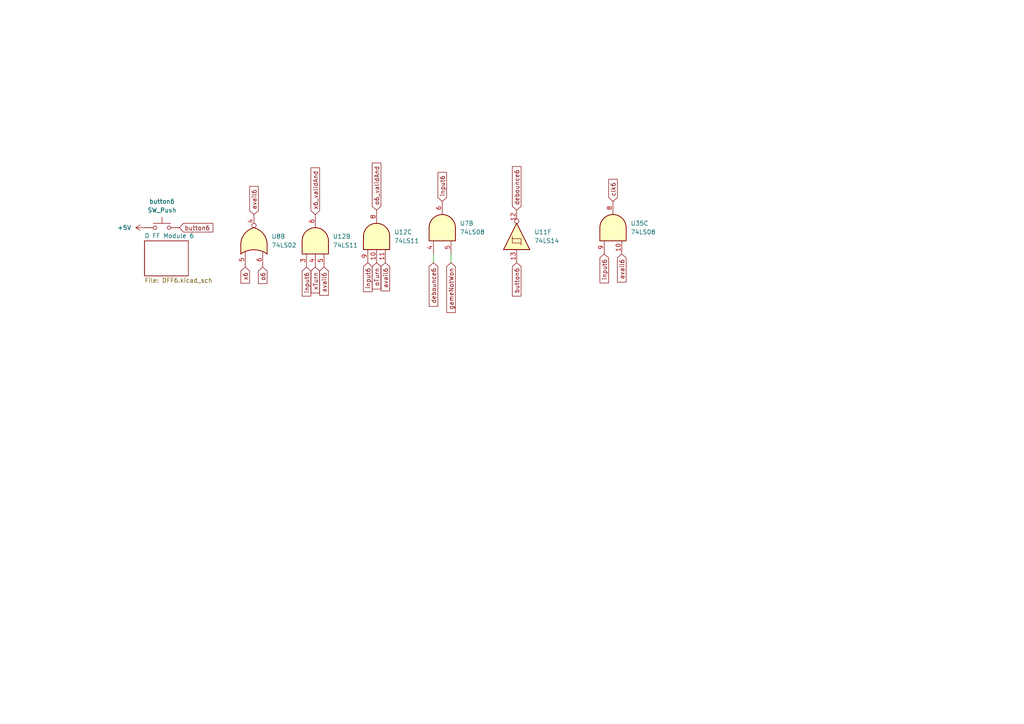
<source format=kicad_sch>
(kicad_sch
	(version 20250114)
	(generator "eeschema")
	(generator_version "9.0")
	(uuid "ecc926be-ca33-4adb-bca6-9f5bee590cbc")
	(paper "A4")
	(lib_symbols
		(symbol "74xx:74LS02"
			(pin_names
				(offset 1.016)
			)
			(exclude_from_sim no)
			(in_bom yes)
			(on_board yes)
			(property "Reference" "U"
				(at 0 1.27 0)
				(effects
					(font
						(size 1.27 1.27)
					)
				)
			)
			(property "Value" "74LS02"
				(at 0 -1.27 0)
				(effects
					(font
						(size 1.27 1.27)
					)
				)
			)
			(property "Footprint" ""
				(at 0 0 0)
				(effects
					(font
						(size 1.27 1.27)
					)
					(hide yes)
				)
			)
			(property "Datasheet" "http://www.ti.com/lit/gpn/sn74ls02"
				(at 0 0 0)
				(effects
					(font
						(size 1.27 1.27)
					)
					(hide yes)
				)
			)
			(property "Description" "quad 2-input NOR gate"
				(at 0 0 0)
				(effects
					(font
						(size 1.27 1.27)
					)
					(hide yes)
				)
			)
			(property "ki_locked" ""
				(at 0 0 0)
				(effects
					(font
						(size 1.27 1.27)
					)
				)
			)
			(property "ki_keywords" "TTL Nor2"
				(at 0 0 0)
				(effects
					(font
						(size 1.27 1.27)
					)
					(hide yes)
				)
			)
			(property "ki_fp_filters" "SO14* DIP*W7.62mm*"
				(at 0 0 0)
				(effects
					(font
						(size 1.27 1.27)
					)
					(hide yes)
				)
			)
			(symbol "74LS02_1_1"
				(arc
					(start -3.81 3.81)
					(mid -2.589 0)
					(end -3.81 -3.81)
					(stroke
						(width 0.254)
						(type default)
					)
					(fill
						(type none)
					)
				)
				(polyline
					(pts
						(xy -3.81 3.81) (xy -0.635 3.81)
					)
					(stroke
						(width 0.254)
						(type default)
					)
					(fill
						(type background)
					)
				)
				(polyline
					(pts
						(xy -3.81 -3.81) (xy -0.635 -3.81)
					)
					(stroke
						(width 0.254)
						(type default)
					)
					(fill
						(type background)
					)
				)
				(arc
					(start 3.81 0)
					(mid 2.1855 -2.584)
					(end -0.6096 -3.81)
					(stroke
						(width 0.254)
						(type default)
					)
					(fill
						(type background)
					)
				)
				(arc
					(start -0.6096 3.81)
					(mid 2.1928 2.5924)
					(end 3.81 0)
					(stroke
						(width 0.254)
						(type default)
					)
					(fill
						(type background)
					)
				)
				(polyline
					(pts
						(xy -0.635 3.81) (xy -3.81 3.81) (xy -3.81 3.81) (xy -3.556 3.4036) (xy -3.0226 2.2606) (xy -2.6924 1.0414)
						(xy -2.6162 -0.254) (xy -2.7686 -1.4986) (xy -3.175 -2.7178) (xy -3.81 -3.81) (xy -3.81 -3.81)
						(xy -0.635 -3.81)
					)
					(stroke
						(width -25.4)
						(type default)
					)
					(fill
						(type background)
					)
				)
				(pin input line
					(at -7.62 2.54 0)
					(length 4.318)
					(name "~"
						(effects
							(font
								(size 1.27 1.27)
							)
						)
					)
					(number "2"
						(effects
							(font
								(size 1.27 1.27)
							)
						)
					)
				)
				(pin input line
					(at -7.62 -2.54 0)
					(length 4.318)
					(name "~"
						(effects
							(font
								(size 1.27 1.27)
							)
						)
					)
					(number "3"
						(effects
							(font
								(size 1.27 1.27)
							)
						)
					)
				)
				(pin output inverted
					(at 7.62 0 180)
					(length 3.81)
					(name "~"
						(effects
							(font
								(size 1.27 1.27)
							)
						)
					)
					(number "1"
						(effects
							(font
								(size 1.27 1.27)
							)
						)
					)
				)
			)
			(symbol "74LS02_1_2"
				(arc
					(start 0 3.81)
					(mid 3.7934 0)
					(end 0 -3.81)
					(stroke
						(width 0.254)
						(type default)
					)
					(fill
						(type background)
					)
				)
				(polyline
					(pts
						(xy 0 3.81) (xy -3.81 3.81) (xy -3.81 -3.81) (xy 0 -3.81)
					)
					(stroke
						(width 0.254)
						(type default)
					)
					(fill
						(type background)
					)
				)
				(pin input inverted
					(at -7.62 2.54 0)
					(length 3.81)
					(name "~"
						(effects
							(font
								(size 1.27 1.27)
							)
						)
					)
					(number "2"
						(effects
							(font
								(size 1.27 1.27)
							)
						)
					)
				)
				(pin input inverted
					(at -7.62 -2.54 0)
					(length 3.81)
					(name "~"
						(effects
							(font
								(size 1.27 1.27)
							)
						)
					)
					(number "3"
						(effects
							(font
								(size 1.27 1.27)
							)
						)
					)
				)
				(pin output line
					(at 7.62 0 180)
					(length 3.81)
					(name "~"
						(effects
							(font
								(size 1.27 1.27)
							)
						)
					)
					(number "1"
						(effects
							(font
								(size 1.27 1.27)
							)
						)
					)
				)
			)
			(symbol "74LS02_2_1"
				(arc
					(start -3.81 3.81)
					(mid -2.589 0)
					(end -3.81 -3.81)
					(stroke
						(width 0.254)
						(type default)
					)
					(fill
						(type none)
					)
				)
				(polyline
					(pts
						(xy -3.81 3.81) (xy -0.635 3.81)
					)
					(stroke
						(width 0.254)
						(type default)
					)
					(fill
						(type background)
					)
				)
				(polyline
					(pts
						(xy -3.81 -3.81) (xy -0.635 -3.81)
					)
					(stroke
						(width 0.254)
						(type default)
					)
					(fill
						(type background)
					)
				)
				(arc
					(start 3.81 0)
					(mid 2.1855 -2.584)
					(end -0.6096 -3.81)
					(stroke
						(width 0.254)
						(type default)
					)
					(fill
						(type background)
					)
				)
				(arc
					(start -0.6096 3.81)
					(mid 2.1928 2.5924)
					(end 3.81 0)
					(stroke
						(width 0.254)
						(type default)
					)
					(fill
						(type background)
					)
				)
				(polyline
					(pts
						(xy -0.635 3.81) (xy -3.81 3.81) (xy -3.81 3.81) (xy -3.556 3.4036) (xy -3.0226 2.2606) (xy -2.6924 1.0414)
						(xy -2.6162 -0.254) (xy -2.7686 -1.4986) (xy -3.175 -2.7178) (xy -3.81 -3.81) (xy -3.81 -3.81)
						(xy -0.635 -3.81)
					)
					(stroke
						(width -25.4)
						(type default)
					)
					(fill
						(type background)
					)
				)
				(pin input line
					(at -7.62 2.54 0)
					(length 4.318)
					(name "~"
						(effects
							(font
								(size 1.27 1.27)
							)
						)
					)
					(number "5"
						(effects
							(font
								(size 1.27 1.27)
							)
						)
					)
				)
				(pin input line
					(at -7.62 -2.54 0)
					(length 4.318)
					(name "~"
						(effects
							(font
								(size 1.27 1.27)
							)
						)
					)
					(number "6"
						(effects
							(font
								(size 1.27 1.27)
							)
						)
					)
				)
				(pin output inverted
					(at 7.62 0 180)
					(length 3.81)
					(name "~"
						(effects
							(font
								(size 1.27 1.27)
							)
						)
					)
					(number "4"
						(effects
							(font
								(size 1.27 1.27)
							)
						)
					)
				)
			)
			(symbol "74LS02_2_2"
				(arc
					(start 0 3.81)
					(mid 3.7934 0)
					(end 0 -3.81)
					(stroke
						(width 0.254)
						(type default)
					)
					(fill
						(type background)
					)
				)
				(polyline
					(pts
						(xy 0 3.81) (xy -3.81 3.81) (xy -3.81 -3.81) (xy 0 -3.81)
					)
					(stroke
						(width 0.254)
						(type default)
					)
					(fill
						(type background)
					)
				)
				(pin input inverted
					(at -7.62 2.54 0)
					(length 3.81)
					(name "~"
						(effects
							(font
								(size 1.27 1.27)
							)
						)
					)
					(number "5"
						(effects
							(font
								(size 1.27 1.27)
							)
						)
					)
				)
				(pin input inverted
					(at -7.62 -2.54 0)
					(length 3.81)
					(name "~"
						(effects
							(font
								(size 1.27 1.27)
							)
						)
					)
					(number "6"
						(effects
							(font
								(size 1.27 1.27)
							)
						)
					)
				)
				(pin output line
					(at 7.62 0 180)
					(length 3.81)
					(name "~"
						(effects
							(font
								(size 1.27 1.27)
							)
						)
					)
					(number "4"
						(effects
							(font
								(size 1.27 1.27)
							)
						)
					)
				)
			)
			(symbol "74LS02_3_1"
				(arc
					(start -3.81 3.81)
					(mid -2.589 0)
					(end -3.81 -3.81)
					(stroke
						(width 0.254)
						(type default)
					)
					(fill
						(type none)
					)
				)
				(polyline
					(pts
						(xy -3.81 3.81) (xy -0.635 3.81)
					)
					(stroke
						(width 0.254)
						(type default)
					)
					(fill
						(type background)
					)
				)
				(polyline
					(pts
						(xy -3.81 -3.81) (xy -0.635 -3.81)
					)
					(stroke
						(width 0.254)
						(type default)
					)
					(fill
						(type background)
					)
				)
				(arc
					(start 3.81 0)
					(mid 2.1855 -2.584)
					(end -0.6096 -3.81)
					(stroke
						(width 0.254)
						(type default)
					)
					(fill
						(type background)
					)
				)
				(arc
					(start -0.6096 3.81)
					(mid 2.1928 2.5924)
					(end 3.81 0)
					(stroke
						(width 0.254)
						(type default)
					)
					(fill
						(type background)
					)
				)
				(polyline
					(pts
						(xy -0.635 3.81) (xy -3.81 3.81) (xy -3.81 3.81) (xy -3.556 3.4036) (xy -3.0226 2.2606) (xy -2.6924 1.0414)
						(xy -2.6162 -0.254) (xy -2.7686 -1.4986) (xy -3.175 -2.7178) (xy -3.81 -3.81) (xy -3.81 -3.81)
						(xy -0.635 -3.81)
					)
					(stroke
						(width -25.4)
						(type default)
					)
					(fill
						(type background)
					)
				)
				(pin input line
					(at -7.62 2.54 0)
					(length 4.318)
					(name "~"
						(effects
							(font
								(size 1.27 1.27)
							)
						)
					)
					(number "8"
						(effects
							(font
								(size 1.27 1.27)
							)
						)
					)
				)
				(pin input line
					(at -7.62 -2.54 0)
					(length 4.318)
					(name "~"
						(effects
							(font
								(size 1.27 1.27)
							)
						)
					)
					(number "9"
						(effects
							(font
								(size 1.27 1.27)
							)
						)
					)
				)
				(pin output inverted
					(at 7.62 0 180)
					(length 3.81)
					(name "~"
						(effects
							(font
								(size 1.27 1.27)
							)
						)
					)
					(number "10"
						(effects
							(font
								(size 1.27 1.27)
							)
						)
					)
				)
			)
			(symbol "74LS02_3_2"
				(arc
					(start 0 3.81)
					(mid 3.7934 0)
					(end 0 -3.81)
					(stroke
						(width 0.254)
						(type default)
					)
					(fill
						(type background)
					)
				)
				(polyline
					(pts
						(xy 0 3.81) (xy -3.81 3.81) (xy -3.81 -3.81) (xy 0 -3.81)
					)
					(stroke
						(width 0.254)
						(type default)
					)
					(fill
						(type background)
					)
				)
				(pin input inverted
					(at -7.62 2.54 0)
					(length 3.81)
					(name "~"
						(effects
							(font
								(size 1.27 1.27)
							)
						)
					)
					(number "8"
						(effects
							(font
								(size 1.27 1.27)
							)
						)
					)
				)
				(pin input inverted
					(at -7.62 -2.54 0)
					(length 3.81)
					(name "~"
						(effects
							(font
								(size 1.27 1.27)
							)
						)
					)
					(number "9"
						(effects
							(font
								(size 1.27 1.27)
							)
						)
					)
				)
				(pin output line
					(at 7.62 0 180)
					(length 3.81)
					(name "~"
						(effects
							(font
								(size 1.27 1.27)
							)
						)
					)
					(number "10"
						(effects
							(font
								(size 1.27 1.27)
							)
						)
					)
				)
			)
			(symbol "74LS02_4_1"
				(arc
					(start -3.81 3.81)
					(mid -2.589 0)
					(end -3.81 -3.81)
					(stroke
						(width 0.254)
						(type default)
					)
					(fill
						(type none)
					)
				)
				(polyline
					(pts
						(xy -3.81 3.81) (xy -0.635 3.81)
					)
					(stroke
						(width 0.254)
						(type default)
					)
					(fill
						(type background)
					)
				)
				(polyline
					(pts
						(xy -3.81 -3.81) (xy -0.635 -3.81)
					)
					(stroke
						(width 0.254)
						(type default)
					)
					(fill
						(type background)
					)
				)
				(arc
					(start 3.81 0)
					(mid 2.1855 -2.584)
					(end -0.6096 -3.81)
					(stroke
						(width 0.254)
						(type default)
					)
					(fill
						(type background)
					)
				)
				(arc
					(start -0.6096 3.81)
					(mid 2.1928 2.5924)
					(end 3.81 0)
					(stroke
						(width 0.254)
						(type default)
					)
					(fill
						(type background)
					)
				)
				(polyline
					(pts
						(xy -0.635 3.81) (xy -3.81 3.81) (xy -3.81 3.81) (xy -3.556 3.4036) (xy -3.0226 2.2606) (xy -2.6924 1.0414)
						(xy -2.6162 -0.254) (xy -2.7686 -1.4986) (xy -3.175 -2.7178) (xy -3.81 -3.81) (xy -3.81 -3.81)
						(xy -0.635 -3.81)
					)
					(stroke
						(width -25.4)
						(type default)
					)
					(fill
						(type background)
					)
				)
				(pin input line
					(at -7.62 2.54 0)
					(length 4.318)
					(name "~"
						(effects
							(font
								(size 1.27 1.27)
							)
						)
					)
					(number "11"
						(effects
							(font
								(size 1.27 1.27)
							)
						)
					)
				)
				(pin input line
					(at -7.62 -2.54 0)
					(length 4.318)
					(name "~"
						(effects
							(font
								(size 1.27 1.27)
							)
						)
					)
					(number "12"
						(effects
							(font
								(size 1.27 1.27)
							)
						)
					)
				)
				(pin output inverted
					(at 7.62 0 180)
					(length 3.81)
					(name "~"
						(effects
							(font
								(size 1.27 1.27)
							)
						)
					)
					(number "13"
						(effects
							(font
								(size 1.27 1.27)
							)
						)
					)
				)
			)
			(symbol "74LS02_4_2"
				(arc
					(start 0 3.81)
					(mid 3.7934 0)
					(end 0 -3.81)
					(stroke
						(width 0.254)
						(type default)
					)
					(fill
						(type background)
					)
				)
				(polyline
					(pts
						(xy 0 3.81) (xy -3.81 3.81) (xy -3.81 -3.81) (xy 0 -3.81)
					)
					(stroke
						(width 0.254)
						(type default)
					)
					(fill
						(type background)
					)
				)
				(pin input inverted
					(at -7.62 2.54 0)
					(length 3.81)
					(name "~"
						(effects
							(font
								(size 1.27 1.27)
							)
						)
					)
					(number "11"
						(effects
							(font
								(size 1.27 1.27)
							)
						)
					)
				)
				(pin input inverted
					(at -7.62 -2.54 0)
					(length 3.81)
					(name "~"
						(effects
							(font
								(size 1.27 1.27)
							)
						)
					)
					(number "12"
						(effects
							(font
								(size 1.27 1.27)
							)
						)
					)
				)
				(pin output line
					(at 7.62 0 180)
					(length 3.81)
					(name "~"
						(effects
							(font
								(size 1.27 1.27)
							)
						)
					)
					(number "13"
						(effects
							(font
								(size 1.27 1.27)
							)
						)
					)
				)
			)
			(symbol "74LS02_5_0"
				(pin power_in line
					(at 0 12.7 270)
					(length 5.08)
					(name "VCC"
						(effects
							(font
								(size 1.27 1.27)
							)
						)
					)
					(number "14"
						(effects
							(font
								(size 1.27 1.27)
							)
						)
					)
				)
				(pin power_in line
					(at 0 -12.7 90)
					(length 5.08)
					(name "GND"
						(effects
							(font
								(size 1.27 1.27)
							)
						)
					)
					(number "7"
						(effects
							(font
								(size 1.27 1.27)
							)
						)
					)
				)
			)
			(symbol "74LS02_5_1"
				(rectangle
					(start -5.08 7.62)
					(end 5.08 -7.62)
					(stroke
						(width 0.254)
						(type default)
					)
					(fill
						(type background)
					)
				)
			)
			(embedded_fonts no)
		)
		(symbol "74xx:74LS08"
			(pin_names
				(offset 1.016)
			)
			(exclude_from_sim no)
			(in_bom yes)
			(on_board yes)
			(property "Reference" "U"
				(at 0 1.27 0)
				(effects
					(font
						(size 1.27 1.27)
					)
				)
			)
			(property "Value" "74LS08"
				(at 0 -1.27 0)
				(effects
					(font
						(size 1.27 1.27)
					)
				)
			)
			(property "Footprint" ""
				(at 0 0 0)
				(effects
					(font
						(size 1.27 1.27)
					)
					(hide yes)
				)
			)
			(property "Datasheet" "http://www.ti.com/lit/gpn/sn74LS08"
				(at 0 0 0)
				(effects
					(font
						(size 1.27 1.27)
					)
					(hide yes)
				)
			)
			(property "Description" "Quad And2"
				(at 0 0 0)
				(effects
					(font
						(size 1.27 1.27)
					)
					(hide yes)
				)
			)
			(property "ki_locked" ""
				(at 0 0 0)
				(effects
					(font
						(size 1.27 1.27)
					)
				)
			)
			(property "ki_keywords" "TTL and2"
				(at 0 0 0)
				(effects
					(font
						(size 1.27 1.27)
					)
					(hide yes)
				)
			)
			(property "ki_fp_filters" "DIP*W7.62mm*"
				(at 0 0 0)
				(effects
					(font
						(size 1.27 1.27)
					)
					(hide yes)
				)
			)
			(symbol "74LS08_1_1"
				(arc
					(start 0 3.81)
					(mid 3.7934 0)
					(end 0 -3.81)
					(stroke
						(width 0.254)
						(type default)
					)
					(fill
						(type background)
					)
				)
				(polyline
					(pts
						(xy 0 3.81) (xy -3.81 3.81) (xy -3.81 -3.81) (xy 0 -3.81)
					)
					(stroke
						(width 0.254)
						(type default)
					)
					(fill
						(type background)
					)
				)
				(pin input line
					(at -7.62 2.54 0)
					(length 3.81)
					(name "~"
						(effects
							(font
								(size 1.27 1.27)
							)
						)
					)
					(number "1"
						(effects
							(font
								(size 1.27 1.27)
							)
						)
					)
				)
				(pin input line
					(at -7.62 -2.54 0)
					(length 3.81)
					(name "~"
						(effects
							(font
								(size 1.27 1.27)
							)
						)
					)
					(number "2"
						(effects
							(font
								(size 1.27 1.27)
							)
						)
					)
				)
				(pin output line
					(at 7.62 0 180)
					(length 3.81)
					(name "~"
						(effects
							(font
								(size 1.27 1.27)
							)
						)
					)
					(number "3"
						(effects
							(font
								(size 1.27 1.27)
							)
						)
					)
				)
			)
			(symbol "74LS08_1_2"
				(arc
					(start -3.81 3.81)
					(mid -2.589 0)
					(end -3.81 -3.81)
					(stroke
						(width 0.254)
						(type default)
					)
					(fill
						(type none)
					)
				)
				(polyline
					(pts
						(xy -3.81 3.81) (xy -0.635 3.81)
					)
					(stroke
						(width 0.254)
						(type default)
					)
					(fill
						(type background)
					)
				)
				(polyline
					(pts
						(xy -3.81 -3.81) (xy -0.635 -3.81)
					)
					(stroke
						(width 0.254)
						(type default)
					)
					(fill
						(type background)
					)
				)
				(arc
					(start 3.81 0)
					(mid 2.1855 -2.584)
					(end -0.6096 -3.81)
					(stroke
						(width 0.254)
						(type default)
					)
					(fill
						(type background)
					)
				)
				(arc
					(start -0.6096 3.81)
					(mid 2.1928 2.5924)
					(end 3.81 0)
					(stroke
						(width 0.254)
						(type default)
					)
					(fill
						(type background)
					)
				)
				(polyline
					(pts
						(xy -0.635 3.81) (xy -3.81 3.81) (xy -3.81 3.81) (xy -3.556 3.4036) (xy -3.0226 2.2606) (xy -2.6924 1.0414)
						(xy -2.6162 -0.254) (xy -2.7686 -1.4986) (xy -3.175 -2.7178) (xy -3.81 -3.81) (xy -3.81 -3.81)
						(xy -0.635 -3.81)
					)
					(stroke
						(width -25.4)
						(type default)
					)
					(fill
						(type background)
					)
				)
				(pin input inverted
					(at -7.62 2.54 0)
					(length 4.318)
					(name "~"
						(effects
							(font
								(size 1.27 1.27)
							)
						)
					)
					(number "1"
						(effects
							(font
								(size 1.27 1.27)
							)
						)
					)
				)
				(pin input inverted
					(at -7.62 -2.54 0)
					(length 4.318)
					(name "~"
						(effects
							(font
								(size 1.27 1.27)
							)
						)
					)
					(number "2"
						(effects
							(font
								(size 1.27 1.27)
							)
						)
					)
				)
				(pin output inverted
					(at 7.62 0 180)
					(length 3.81)
					(name "~"
						(effects
							(font
								(size 1.27 1.27)
							)
						)
					)
					(number "3"
						(effects
							(font
								(size 1.27 1.27)
							)
						)
					)
				)
			)
			(symbol "74LS08_2_1"
				(arc
					(start 0 3.81)
					(mid 3.7934 0)
					(end 0 -3.81)
					(stroke
						(width 0.254)
						(type default)
					)
					(fill
						(type background)
					)
				)
				(polyline
					(pts
						(xy 0 3.81) (xy -3.81 3.81) (xy -3.81 -3.81) (xy 0 -3.81)
					)
					(stroke
						(width 0.254)
						(type default)
					)
					(fill
						(type background)
					)
				)
				(pin input line
					(at -7.62 2.54 0)
					(length 3.81)
					(name "~"
						(effects
							(font
								(size 1.27 1.27)
							)
						)
					)
					(number "4"
						(effects
							(font
								(size 1.27 1.27)
							)
						)
					)
				)
				(pin input line
					(at -7.62 -2.54 0)
					(length 3.81)
					(name "~"
						(effects
							(font
								(size 1.27 1.27)
							)
						)
					)
					(number "5"
						(effects
							(font
								(size 1.27 1.27)
							)
						)
					)
				)
				(pin output line
					(at 7.62 0 180)
					(length 3.81)
					(name "~"
						(effects
							(font
								(size 1.27 1.27)
							)
						)
					)
					(number "6"
						(effects
							(font
								(size 1.27 1.27)
							)
						)
					)
				)
			)
			(symbol "74LS08_2_2"
				(arc
					(start -3.81 3.81)
					(mid -2.589 0)
					(end -3.81 -3.81)
					(stroke
						(width 0.254)
						(type default)
					)
					(fill
						(type none)
					)
				)
				(polyline
					(pts
						(xy -3.81 3.81) (xy -0.635 3.81)
					)
					(stroke
						(width 0.254)
						(type default)
					)
					(fill
						(type background)
					)
				)
				(polyline
					(pts
						(xy -3.81 -3.81) (xy -0.635 -3.81)
					)
					(stroke
						(width 0.254)
						(type default)
					)
					(fill
						(type background)
					)
				)
				(arc
					(start 3.81 0)
					(mid 2.1855 -2.584)
					(end -0.6096 -3.81)
					(stroke
						(width 0.254)
						(type default)
					)
					(fill
						(type background)
					)
				)
				(arc
					(start -0.6096 3.81)
					(mid 2.1928 2.5924)
					(end 3.81 0)
					(stroke
						(width 0.254)
						(type default)
					)
					(fill
						(type background)
					)
				)
				(polyline
					(pts
						(xy -0.635 3.81) (xy -3.81 3.81) (xy -3.81 3.81) (xy -3.556 3.4036) (xy -3.0226 2.2606) (xy -2.6924 1.0414)
						(xy -2.6162 -0.254) (xy -2.7686 -1.4986) (xy -3.175 -2.7178) (xy -3.81 -3.81) (xy -3.81 -3.81)
						(xy -0.635 -3.81)
					)
					(stroke
						(width -25.4)
						(type default)
					)
					(fill
						(type background)
					)
				)
				(pin input inverted
					(at -7.62 2.54 0)
					(length 4.318)
					(name "~"
						(effects
							(font
								(size 1.27 1.27)
							)
						)
					)
					(number "4"
						(effects
							(font
								(size 1.27 1.27)
							)
						)
					)
				)
				(pin input inverted
					(at -7.62 -2.54 0)
					(length 4.318)
					(name "~"
						(effects
							(font
								(size 1.27 1.27)
							)
						)
					)
					(number "5"
						(effects
							(font
								(size 1.27 1.27)
							)
						)
					)
				)
				(pin output inverted
					(at 7.62 0 180)
					(length 3.81)
					(name "~"
						(effects
							(font
								(size 1.27 1.27)
							)
						)
					)
					(number "6"
						(effects
							(font
								(size 1.27 1.27)
							)
						)
					)
				)
			)
			(symbol "74LS08_3_1"
				(arc
					(start 0 3.81)
					(mid 3.7934 0)
					(end 0 -3.81)
					(stroke
						(width 0.254)
						(type default)
					)
					(fill
						(type background)
					)
				)
				(polyline
					(pts
						(xy 0 3.81) (xy -3.81 3.81) (xy -3.81 -3.81) (xy 0 -3.81)
					)
					(stroke
						(width 0.254)
						(type default)
					)
					(fill
						(type background)
					)
				)
				(pin input line
					(at -7.62 2.54 0)
					(length 3.81)
					(name "~"
						(effects
							(font
								(size 1.27 1.27)
							)
						)
					)
					(number "9"
						(effects
							(font
								(size 1.27 1.27)
							)
						)
					)
				)
				(pin input line
					(at -7.62 -2.54 0)
					(length 3.81)
					(name "~"
						(effects
							(font
								(size 1.27 1.27)
							)
						)
					)
					(number "10"
						(effects
							(font
								(size 1.27 1.27)
							)
						)
					)
				)
				(pin output line
					(at 7.62 0 180)
					(length 3.81)
					(name "~"
						(effects
							(font
								(size 1.27 1.27)
							)
						)
					)
					(number "8"
						(effects
							(font
								(size 1.27 1.27)
							)
						)
					)
				)
			)
			(symbol "74LS08_3_2"
				(arc
					(start -3.81 3.81)
					(mid -2.589 0)
					(end -3.81 -3.81)
					(stroke
						(width 0.254)
						(type default)
					)
					(fill
						(type none)
					)
				)
				(polyline
					(pts
						(xy -3.81 3.81) (xy -0.635 3.81)
					)
					(stroke
						(width 0.254)
						(type default)
					)
					(fill
						(type background)
					)
				)
				(polyline
					(pts
						(xy -3.81 -3.81) (xy -0.635 -3.81)
					)
					(stroke
						(width 0.254)
						(type default)
					)
					(fill
						(type background)
					)
				)
				(arc
					(start 3.81 0)
					(mid 2.1855 -2.584)
					(end -0.6096 -3.81)
					(stroke
						(width 0.254)
						(type default)
					)
					(fill
						(type background)
					)
				)
				(arc
					(start -0.6096 3.81)
					(mid 2.1928 2.5924)
					(end 3.81 0)
					(stroke
						(width 0.254)
						(type default)
					)
					(fill
						(type background)
					)
				)
				(polyline
					(pts
						(xy -0.635 3.81) (xy -3.81 3.81) (xy -3.81 3.81) (xy -3.556 3.4036) (xy -3.0226 2.2606) (xy -2.6924 1.0414)
						(xy -2.6162 -0.254) (xy -2.7686 -1.4986) (xy -3.175 -2.7178) (xy -3.81 -3.81) (xy -3.81 -3.81)
						(xy -0.635 -3.81)
					)
					(stroke
						(width -25.4)
						(type default)
					)
					(fill
						(type background)
					)
				)
				(pin input inverted
					(at -7.62 2.54 0)
					(length 4.318)
					(name "~"
						(effects
							(font
								(size 1.27 1.27)
							)
						)
					)
					(number "9"
						(effects
							(font
								(size 1.27 1.27)
							)
						)
					)
				)
				(pin input inverted
					(at -7.62 -2.54 0)
					(length 4.318)
					(name "~"
						(effects
							(font
								(size 1.27 1.27)
							)
						)
					)
					(number "10"
						(effects
							(font
								(size 1.27 1.27)
							)
						)
					)
				)
				(pin output inverted
					(at 7.62 0 180)
					(length 3.81)
					(name "~"
						(effects
							(font
								(size 1.27 1.27)
							)
						)
					)
					(number "8"
						(effects
							(font
								(size 1.27 1.27)
							)
						)
					)
				)
			)
			(symbol "74LS08_4_1"
				(arc
					(start 0 3.81)
					(mid 3.7934 0)
					(end 0 -3.81)
					(stroke
						(width 0.254)
						(type default)
					)
					(fill
						(type background)
					)
				)
				(polyline
					(pts
						(xy 0 3.81) (xy -3.81 3.81) (xy -3.81 -3.81) (xy 0 -3.81)
					)
					(stroke
						(width 0.254)
						(type default)
					)
					(fill
						(type background)
					)
				)
				(pin input line
					(at -7.62 2.54 0)
					(length 3.81)
					(name "~"
						(effects
							(font
								(size 1.27 1.27)
							)
						)
					)
					(number "12"
						(effects
							(font
								(size 1.27 1.27)
							)
						)
					)
				)
				(pin input line
					(at -7.62 -2.54 0)
					(length 3.81)
					(name "~"
						(effects
							(font
								(size 1.27 1.27)
							)
						)
					)
					(number "13"
						(effects
							(font
								(size 1.27 1.27)
							)
						)
					)
				)
				(pin output line
					(at 7.62 0 180)
					(length 3.81)
					(name "~"
						(effects
							(font
								(size 1.27 1.27)
							)
						)
					)
					(number "11"
						(effects
							(font
								(size 1.27 1.27)
							)
						)
					)
				)
			)
			(symbol "74LS08_4_2"
				(arc
					(start -3.81 3.81)
					(mid -2.589 0)
					(end -3.81 -3.81)
					(stroke
						(width 0.254)
						(type default)
					)
					(fill
						(type none)
					)
				)
				(polyline
					(pts
						(xy -3.81 3.81) (xy -0.635 3.81)
					)
					(stroke
						(width 0.254)
						(type default)
					)
					(fill
						(type background)
					)
				)
				(polyline
					(pts
						(xy -3.81 -3.81) (xy -0.635 -3.81)
					)
					(stroke
						(width 0.254)
						(type default)
					)
					(fill
						(type background)
					)
				)
				(arc
					(start 3.81 0)
					(mid 2.1855 -2.584)
					(end -0.6096 -3.81)
					(stroke
						(width 0.254)
						(type default)
					)
					(fill
						(type background)
					)
				)
				(arc
					(start -0.6096 3.81)
					(mid 2.1928 2.5924)
					(end 3.81 0)
					(stroke
						(width 0.254)
						(type default)
					)
					(fill
						(type background)
					)
				)
				(polyline
					(pts
						(xy -0.635 3.81) (xy -3.81 3.81) (xy -3.81 3.81) (xy -3.556 3.4036) (xy -3.0226 2.2606) (xy -2.6924 1.0414)
						(xy -2.6162 -0.254) (xy -2.7686 -1.4986) (xy -3.175 -2.7178) (xy -3.81 -3.81) (xy -3.81 -3.81)
						(xy -0.635 -3.81)
					)
					(stroke
						(width -25.4)
						(type default)
					)
					(fill
						(type background)
					)
				)
				(pin input inverted
					(at -7.62 2.54 0)
					(length 4.318)
					(name "~"
						(effects
							(font
								(size 1.27 1.27)
							)
						)
					)
					(number "12"
						(effects
							(font
								(size 1.27 1.27)
							)
						)
					)
				)
				(pin input inverted
					(at -7.62 -2.54 0)
					(length 4.318)
					(name "~"
						(effects
							(font
								(size 1.27 1.27)
							)
						)
					)
					(number "13"
						(effects
							(font
								(size 1.27 1.27)
							)
						)
					)
				)
				(pin output inverted
					(at 7.62 0 180)
					(length 3.81)
					(name "~"
						(effects
							(font
								(size 1.27 1.27)
							)
						)
					)
					(number "11"
						(effects
							(font
								(size 1.27 1.27)
							)
						)
					)
				)
			)
			(symbol "74LS08_5_0"
				(pin power_in line
					(at 0 12.7 270)
					(length 5.08)
					(name "VCC"
						(effects
							(font
								(size 1.27 1.27)
							)
						)
					)
					(number "14"
						(effects
							(font
								(size 1.27 1.27)
							)
						)
					)
				)
				(pin power_in line
					(at 0 -12.7 90)
					(length 5.08)
					(name "GND"
						(effects
							(font
								(size 1.27 1.27)
							)
						)
					)
					(number "7"
						(effects
							(font
								(size 1.27 1.27)
							)
						)
					)
				)
			)
			(symbol "74LS08_5_1"
				(rectangle
					(start -5.08 7.62)
					(end 5.08 -7.62)
					(stroke
						(width 0.254)
						(type default)
					)
					(fill
						(type background)
					)
				)
			)
			(embedded_fonts no)
		)
		(symbol "74xx:74LS11"
			(pin_names
				(offset 1.016)
			)
			(exclude_from_sim no)
			(in_bom yes)
			(on_board yes)
			(property "Reference" "U"
				(at 0 1.27 0)
				(effects
					(font
						(size 1.27 1.27)
					)
				)
			)
			(property "Value" "74LS11"
				(at 0 -1.27 0)
				(effects
					(font
						(size 1.27 1.27)
					)
				)
			)
			(property "Footprint" ""
				(at 0 0 0)
				(effects
					(font
						(size 1.27 1.27)
					)
					(hide yes)
				)
			)
			(property "Datasheet" "http://www.ti.com/lit/gpn/sn74LS11"
				(at 0 0 0)
				(effects
					(font
						(size 1.27 1.27)
					)
					(hide yes)
				)
			)
			(property "Description" "Triple 3-input AND"
				(at 0 0 0)
				(effects
					(font
						(size 1.27 1.27)
					)
					(hide yes)
				)
			)
			(property "ki_locked" ""
				(at 0 0 0)
				(effects
					(font
						(size 1.27 1.27)
					)
				)
			)
			(property "ki_keywords" "TTL And3"
				(at 0 0 0)
				(effects
					(font
						(size 1.27 1.27)
					)
					(hide yes)
				)
			)
			(property "ki_fp_filters" "DIP*W7.62mm*"
				(at 0 0 0)
				(effects
					(font
						(size 1.27 1.27)
					)
					(hide yes)
				)
			)
			(symbol "74LS11_1_1"
				(arc
					(start 0 3.81)
					(mid 3.7934 0)
					(end 0 -3.81)
					(stroke
						(width 0.254)
						(type default)
					)
					(fill
						(type background)
					)
				)
				(polyline
					(pts
						(xy 0 3.81) (xy -3.81 3.81) (xy -3.81 -3.81) (xy 0 -3.81)
					)
					(stroke
						(width 0.254)
						(type default)
					)
					(fill
						(type background)
					)
				)
				(pin input line
					(at -7.62 2.54 0)
					(length 3.81)
					(name "~"
						(effects
							(font
								(size 1.27 1.27)
							)
						)
					)
					(number "1"
						(effects
							(font
								(size 1.27 1.27)
							)
						)
					)
				)
				(pin input line
					(at -7.62 0 0)
					(length 3.81)
					(name "~"
						(effects
							(font
								(size 1.27 1.27)
							)
						)
					)
					(number "2"
						(effects
							(font
								(size 1.27 1.27)
							)
						)
					)
				)
				(pin input line
					(at -7.62 -2.54 0)
					(length 3.81)
					(name "~"
						(effects
							(font
								(size 1.27 1.27)
							)
						)
					)
					(number "13"
						(effects
							(font
								(size 1.27 1.27)
							)
						)
					)
				)
				(pin output line
					(at 7.62 0 180)
					(length 3.81)
					(name "~"
						(effects
							(font
								(size 1.27 1.27)
							)
						)
					)
					(number "12"
						(effects
							(font
								(size 1.27 1.27)
							)
						)
					)
				)
			)
			(symbol "74LS11_1_2"
				(arc
					(start -3.81 3.81)
					(mid -2.589 0)
					(end -3.81 -3.81)
					(stroke
						(width 0.254)
						(type default)
					)
					(fill
						(type none)
					)
				)
				(polyline
					(pts
						(xy -3.81 3.81) (xy -0.635 3.81)
					)
					(stroke
						(width 0.254)
						(type default)
					)
					(fill
						(type background)
					)
				)
				(polyline
					(pts
						(xy -3.81 -3.81) (xy -0.635 -3.81)
					)
					(stroke
						(width 0.254)
						(type default)
					)
					(fill
						(type background)
					)
				)
				(arc
					(start 3.81 0)
					(mid 2.1855 -2.584)
					(end -0.6096 -3.81)
					(stroke
						(width 0.254)
						(type default)
					)
					(fill
						(type background)
					)
				)
				(arc
					(start -0.6096 3.81)
					(mid 2.1928 2.5924)
					(end 3.81 0)
					(stroke
						(width 0.254)
						(type default)
					)
					(fill
						(type background)
					)
				)
				(polyline
					(pts
						(xy -0.635 3.81) (xy -3.81 3.81) (xy -3.81 3.81) (xy -3.556 3.4036) (xy -3.0226 2.2606) (xy -2.6924 1.0414)
						(xy -2.6162 -0.254) (xy -2.7686 -1.4986) (xy -3.175 -2.7178) (xy -3.81 -3.81) (xy -3.81 -3.81)
						(xy -0.635 -3.81)
					)
					(stroke
						(width -25.4)
						(type default)
					)
					(fill
						(type background)
					)
				)
				(pin input inverted
					(at -7.62 2.54 0)
					(length 4.318)
					(name "~"
						(effects
							(font
								(size 1.27 1.27)
							)
						)
					)
					(number "1"
						(effects
							(font
								(size 1.27 1.27)
							)
						)
					)
				)
				(pin input inverted
					(at -7.62 0 0)
					(length 4.953)
					(name "~"
						(effects
							(font
								(size 1.27 1.27)
							)
						)
					)
					(number "2"
						(effects
							(font
								(size 1.27 1.27)
							)
						)
					)
				)
				(pin input inverted
					(at -7.62 -2.54 0)
					(length 4.318)
					(name "~"
						(effects
							(font
								(size 1.27 1.27)
							)
						)
					)
					(number "13"
						(effects
							(font
								(size 1.27 1.27)
							)
						)
					)
				)
				(pin output inverted
					(at 7.62 0 180)
					(length 3.81)
					(name "~"
						(effects
							(font
								(size 1.27 1.27)
							)
						)
					)
					(number "12"
						(effects
							(font
								(size 1.27 1.27)
							)
						)
					)
				)
			)
			(symbol "74LS11_2_1"
				(arc
					(start 0 3.81)
					(mid 3.7934 0)
					(end 0 -3.81)
					(stroke
						(width 0.254)
						(type default)
					)
					(fill
						(type background)
					)
				)
				(polyline
					(pts
						(xy 0 3.81) (xy -3.81 3.81) (xy -3.81 -3.81) (xy 0 -3.81)
					)
					(stroke
						(width 0.254)
						(type default)
					)
					(fill
						(type background)
					)
				)
				(pin input line
					(at -7.62 2.54 0)
					(length 3.81)
					(name "~"
						(effects
							(font
								(size 1.27 1.27)
							)
						)
					)
					(number "3"
						(effects
							(font
								(size 1.27 1.27)
							)
						)
					)
				)
				(pin input line
					(at -7.62 0 0)
					(length 3.81)
					(name "~"
						(effects
							(font
								(size 1.27 1.27)
							)
						)
					)
					(number "4"
						(effects
							(font
								(size 1.27 1.27)
							)
						)
					)
				)
				(pin input line
					(at -7.62 -2.54 0)
					(length 3.81)
					(name "~"
						(effects
							(font
								(size 1.27 1.27)
							)
						)
					)
					(number "5"
						(effects
							(font
								(size 1.27 1.27)
							)
						)
					)
				)
				(pin output line
					(at 7.62 0 180)
					(length 3.81)
					(name "~"
						(effects
							(font
								(size 1.27 1.27)
							)
						)
					)
					(number "6"
						(effects
							(font
								(size 1.27 1.27)
							)
						)
					)
				)
			)
			(symbol "74LS11_2_2"
				(arc
					(start -3.81 3.81)
					(mid -2.589 0)
					(end -3.81 -3.81)
					(stroke
						(width 0.254)
						(type default)
					)
					(fill
						(type none)
					)
				)
				(polyline
					(pts
						(xy -3.81 3.81) (xy -0.635 3.81)
					)
					(stroke
						(width 0.254)
						(type default)
					)
					(fill
						(type background)
					)
				)
				(polyline
					(pts
						(xy -3.81 -3.81) (xy -0.635 -3.81)
					)
					(stroke
						(width 0.254)
						(type default)
					)
					(fill
						(type background)
					)
				)
				(arc
					(start 3.81 0)
					(mid 2.1855 -2.584)
					(end -0.6096 -3.81)
					(stroke
						(width 0.254)
						(type default)
					)
					(fill
						(type background)
					)
				)
				(arc
					(start -0.6096 3.81)
					(mid 2.1928 2.5924)
					(end 3.81 0)
					(stroke
						(width 0.254)
						(type default)
					)
					(fill
						(type background)
					)
				)
				(polyline
					(pts
						(xy -0.635 3.81) (xy -3.81 3.81) (xy -3.81 3.81) (xy -3.556 3.4036) (xy -3.0226 2.2606) (xy -2.6924 1.0414)
						(xy -2.6162 -0.254) (xy -2.7686 -1.4986) (xy -3.175 -2.7178) (xy -3.81 -3.81) (xy -3.81 -3.81)
						(xy -0.635 -3.81)
					)
					(stroke
						(width -25.4)
						(type default)
					)
					(fill
						(type background)
					)
				)
				(pin input inverted
					(at -7.62 2.54 0)
					(length 4.318)
					(name "~"
						(effects
							(font
								(size 1.27 1.27)
							)
						)
					)
					(number "3"
						(effects
							(font
								(size 1.27 1.27)
							)
						)
					)
				)
				(pin input inverted
					(at -7.62 0 0)
					(length 4.953)
					(name "~"
						(effects
							(font
								(size 1.27 1.27)
							)
						)
					)
					(number "4"
						(effects
							(font
								(size 1.27 1.27)
							)
						)
					)
				)
				(pin input inverted
					(at -7.62 -2.54 0)
					(length 4.318)
					(name "~"
						(effects
							(font
								(size 1.27 1.27)
							)
						)
					)
					(number "5"
						(effects
							(font
								(size 1.27 1.27)
							)
						)
					)
				)
				(pin output inverted
					(at 7.62 0 180)
					(length 3.81)
					(name "~"
						(effects
							(font
								(size 1.27 1.27)
							)
						)
					)
					(number "6"
						(effects
							(font
								(size 1.27 1.27)
							)
						)
					)
				)
			)
			(symbol "74LS11_3_1"
				(arc
					(start 0 3.81)
					(mid 3.7934 0)
					(end 0 -3.81)
					(stroke
						(width 0.254)
						(type default)
					)
					(fill
						(type background)
					)
				)
				(polyline
					(pts
						(xy 0 3.81) (xy -3.81 3.81) (xy -3.81 -3.81) (xy 0 -3.81)
					)
					(stroke
						(width 0.254)
						(type default)
					)
					(fill
						(type background)
					)
				)
				(pin input line
					(at -7.62 2.54 0)
					(length 3.81)
					(name "~"
						(effects
							(font
								(size 1.27 1.27)
							)
						)
					)
					(number "9"
						(effects
							(font
								(size 1.27 1.27)
							)
						)
					)
				)
				(pin input line
					(at -7.62 0 0)
					(length 3.81)
					(name "~"
						(effects
							(font
								(size 1.27 1.27)
							)
						)
					)
					(number "10"
						(effects
							(font
								(size 1.27 1.27)
							)
						)
					)
				)
				(pin input line
					(at -7.62 -2.54 0)
					(length 3.81)
					(name "~"
						(effects
							(font
								(size 1.27 1.27)
							)
						)
					)
					(number "11"
						(effects
							(font
								(size 1.27 1.27)
							)
						)
					)
				)
				(pin output line
					(at 7.62 0 180)
					(length 3.81)
					(name "~"
						(effects
							(font
								(size 1.27 1.27)
							)
						)
					)
					(number "8"
						(effects
							(font
								(size 1.27 1.27)
							)
						)
					)
				)
			)
			(symbol "74LS11_3_2"
				(arc
					(start -3.81 3.81)
					(mid -2.589 0)
					(end -3.81 -3.81)
					(stroke
						(width 0.254)
						(type default)
					)
					(fill
						(type none)
					)
				)
				(polyline
					(pts
						(xy -3.81 3.81) (xy -0.635 3.81)
					)
					(stroke
						(width 0.254)
						(type default)
					)
					(fill
						(type background)
					)
				)
				(polyline
					(pts
						(xy -3.81 -3.81) (xy -0.635 -3.81)
					)
					(stroke
						(width 0.254)
						(type default)
					)
					(fill
						(type background)
					)
				)
				(arc
					(start 3.81 0)
					(mid 2.1855 -2.584)
					(end -0.6096 -3.81)
					(stroke
						(width 0.254)
						(type default)
					)
					(fill
						(type background)
					)
				)
				(arc
					(start -0.6096 3.81)
					(mid 2.1928 2.5924)
					(end 3.81 0)
					(stroke
						(width 0.254)
						(type default)
					)
					(fill
						(type background)
					)
				)
				(polyline
					(pts
						(xy -0.635 3.81) (xy -3.81 3.81) (xy -3.81 3.81) (xy -3.556 3.4036) (xy -3.0226 2.2606) (xy -2.6924 1.0414)
						(xy -2.6162 -0.254) (xy -2.7686 -1.4986) (xy -3.175 -2.7178) (xy -3.81 -3.81) (xy -3.81 -3.81)
						(xy -0.635 -3.81)
					)
					(stroke
						(width -25.4)
						(type default)
					)
					(fill
						(type background)
					)
				)
				(pin input inverted
					(at -7.62 2.54 0)
					(length 4.318)
					(name "~"
						(effects
							(font
								(size 1.27 1.27)
							)
						)
					)
					(number "9"
						(effects
							(font
								(size 1.27 1.27)
							)
						)
					)
				)
				(pin input inverted
					(at -7.62 0 0)
					(length 4.953)
					(name "~"
						(effects
							(font
								(size 1.27 1.27)
							)
						)
					)
					(number "10"
						(effects
							(font
								(size 1.27 1.27)
							)
						)
					)
				)
				(pin input inverted
					(at -7.62 -2.54 0)
					(length 4.318)
					(name "~"
						(effects
							(font
								(size 1.27 1.27)
							)
						)
					)
					(number "11"
						(effects
							(font
								(size 1.27 1.27)
							)
						)
					)
				)
				(pin output inverted
					(at 7.62 0 180)
					(length 3.81)
					(name "~"
						(effects
							(font
								(size 1.27 1.27)
							)
						)
					)
					(number "8"
						(effects
							(font
								(size 1.27 1.27)
							)
						)
					)
				)
			)
			(symbol "74LS11_4_0"
				(pin power_in line
					(at 0 12.7 270)
					(length 5.08)
					(name "VCC"
						(effects
							(font
								(size 1.27 1.27)
							)
						)
					)
					(number "14"
						(effects
							(font
								(size 1.27 1.27)
							)
						)
					)
				)
				(pin power_in line
					(at 0 -12.7 90)
					(length 5.08)
					(name "GND"
						(effects
							(font
								(size 1.27 1.27)
							)
						)
					)
					(number "7"
						(effects
							(font
								(size 1.27 1.27)
							)
						)
					)
				)
			)
			(symbol "74LS11_4_1"
				(rectangle
					(start -5.08 7.62)
					(end 5.08 -7.62)
					(stroke
						(width 0.254)
						(type default)
					)
					(fill
						(type background)
					)
				)
			)
			(embedded_fonts no)
		)
		(symbol "74xx:74LS14"
			(pin_names
				(offset 1.016)
			)
			(exclude_from_sim no)
			(in_bom yes)
			(on_board yes)
			(property "Reference" "U"
				(at 0 1.27 0)
				(effects
					(font
						(size 1.27 1.27)
					)
				)
			)
			(property "Value" "74LS14"
				(at 0 -1.27 0)
				(effects
					(font
						(size 1.27 1.27)
					)
				)
			)
			(property "Footprint" ""
				(at 0 0 0)
				(effects
					(font
						(size 1.27 1.27)
					)
					(hide yes)
				)
			)
			(property "Datasheet" "http://www.ti.com/lit/gpn/sn74LS14"
				(at 0 0 0)
				(effects
					(font
						(size 1.27 1.27)
					)
					(hide yes)
				)
			)
			(property "Description" "Hex inverter schmitt trigger"
				(at 0 0 0)
				(effects
					(font
						(size 1.27 1.27)
					)
					(hide yes)
				)
			)
			(property "ki_locked" ""
				(at 0 0 0)
				(effects
					(font
						(size 1.27 1.27)
					)
				)
			)
			(property "ki_keywords" "TTL not inverter"
				(at 0 0 0)
				(effects
					(font
						(size 1.27 1.27)
					)
					(hide yes)
				)
			)
			(property "ki_fp_filters" "DIP*W7.62mm*"
				(at 0 0 0)
				(effects
					(font
						(size 1.27 1.27)
					)
					(hide yes)
				)
			)
			(symbol "74LS14_1_0"
				(polyline
					(pts
						(xy -3.81 3.81) (xy -3.81 -3.81) (xy 3.81 0) (xy -3.81 3.81)
					)
					(stroke
						(width 0.254)
						(type default)
					)
					(fill
						(type background)
					)
				)
				(pin input line
					(at -7.62 0 0)
					(length 3.81)
					(name "~"
						(effects
							(font
								(size 1.27 1.27)
							)
						)
					)
					(number "1"
						(effects
							(font
								(size 1.27 1.27)
							)
						)
					)
				)
				(pin output inverted
					(at 7.62 0 180)
					(length 3.81)
					(name "~"
						(effects
							(font
								(size 1.27 1.27)
							)
						)
					)
					(number "2"
						(effects
							(font
								(size 1.27 1.27)
							)
						)
					)
				)
			)
			(symbol "74LS14_1_1"
				(polyline
					(pts
						(xy -2.54 -1.27) (xy -0.635 -1.27) (xy -0.635 1.27) (xy 0 1.27)
					)
					(stroke
						(width 0)
						(type default)
					)
					(fill
						(type none)
					)
				)
				(polyline
					(pts
						(xy -1.905 -1.27) (xy -1.905 1.27) (xy -0.635 1.27)
					)
					(stroke
						(width 0)
						(type default)
					)
					(fill
						(type none)
					)
				)
			)
			(symbol "74LS14_2_0"
				(polyline
					(pts
						(xy -3.81 3.81) (xy -3.81 -3.81) (xy 3.81 0) (xy -3.81 3.81)
					)
					(stroke
						(width 0.254)
						(type default)
					)
					(fill
						(type background)
					)
				)
				(pin input line
					(at -7.62 0 0)
					(length 3.81)
					(name "~"
						(effects
							(font
								(size 1.27 1.27)
							)
						)
					)
					(number "3"
						(effects
							(font
								(size 1.27 1.27)
							)
						)
					)
				)
				(pin output inverted
					(at 7.62 0 180)
					(length 3.81)
					(name "~"
						(effects
							(font
								(size 1.27 1.27)
							)
						)
					)
					(number "4"
						(effects
							(font
								(size 1.27 1.27)
							)
						)
					)
				)
			)
			(symbol "74LS14_2_1"
				(polyline
					(pts
						(xy -2.54 -1.27) (xy -0.635 -1.27) (xy -0.635 1.27) (xy 0 1.27)
					)
					(stroke
						(width 0)
						(type default)
					)
					(fill
						(type none)
					)
				)
				(polyline
					(pts
						(xy -1.905 -1.27) (xy -1.905 1.27) (xy -0.635 1.27)
					)
					(stroke
						(width 0)
						(type default)
					)
					(fill
						(type none)
					)
				)
			)
			(symbol "74LS14_3_0"
				(polyline
					(pts
						(xy -3.81 3.81) (xy -3.81 -3.81) (xy 3.81 0) (xy -3.81 3.81)
					)
					(stroke
						(width 0.254)
						(type default)
					)
					(fill
						(type background)
					)
				)
				(pin input line
					(at -7.62 0 0)
					(length 3.81)
					(name "~"
						(effects
							(font
								(size 1.27 1.27)
							)
						)
					)
					(number "5"
						(effects
							(font
								(size 1.27 1.27)
							)
						)
					)
				)
				(pin output inverted
					(at 7.62 0 180)
					(length 3.81)
					(name "~"
						(effects
							(font
								(size 1.27 1.27)
							)
						)
					)
					(number "6"
						(effects
							(font
								(size 1.27 1.27)
							)
						)
					)
				)
			)
			(symbol "74LS14_3_1"
				(polyline
					(pts
						(xy -2.54 -1.27) (xy -0.635 -1.27) (xy -0.635 1.27) (xy 0 1.27)
					)
					(stroke
						(width 0)
						(type default)
					)
					(fill
						(type none)
					)
				)
				(polyline
					(pts
						(xy -1.905 -1.27) (xy -1.905 1.27) (xy -0.635 1.27)
					)
					(stroke
						(width 0)
						(type default)
					)
					(fill
						(type none)
					)
				)
			)
			(symbol "74LS14_4_0"
				(polyline
					(pts
						(xy -3.81 3.81) (xy -3.81 -3.81) (xy 3.81 0) (xy -3.81 3.81)
					)
					(stroke
						(width 0.254)
						(type default)
					)
					(fill
						(type background)
					)
				)
				(pin input line
					(at -7.62 0 0)
					(length 3.81)
					(name "~"
						(effects
							(font
								(size 1.27 1.27)
							)
						)
					)
					(number "9"
						(effects
							(font
								(size 1.27 1.27)
							)
						)
					)
				)
				(pin output inverted
					(at 7.62 0 180)
					(length 3.81)
					(name "~"
						(effects
							(font
								(size 1.27 1.27)
							)
						)
					)
					(number "8"
						(effects
							(font
								(size 1.27 1.27)
							)
						)
					)
				)
			)
			(symbol "74LS14_4_1"
				(polyline
					(pts
						(xy -2.54 -1.27) (xy -0.635 -1.27) (xy -0.635 1.27) (xy 0 1.27)
					)
					(stroke
						(width 0)
						(type default)
					)
					(fill
						(type none)
					)
				)
				(polyline
					(pts
						(xy -1.905 -1.27) (xy -1.905 1.27) (xy -0.635 1.27)
					)
					(stroke
						(width 0)
						(type default)
					)
					(fill
						(type none)
					)
				)
			)
			(symbol "74LS14_5_0"
				(polyline
					(pts
						(xy -3.81 3.81) (xy -3.81 -3.81) (xy 3.81 0) (xy -3.81 3.81)
					)
					(stroke
						(width 0.254)
						(type default)
					)
					(fill
						(type background)
					)
				)
				(pin input line
					(at -7.62 0 0)
					(length 3.81)
					(name "~"
						(effects
							(font
								(size 1.27 1.27)
							)
						)
					)
					(number "11"
						(effects
							(font
								(size 1.27 1.27)
							)
						)
					)
				)
				(pin output inverted
					(at 7.62 0 180)
					(length 3.81)
					(name "~"
						(effects
							(font
								(size 1.27 1.27)
							)
						)
					)
					(number "10"
						(effects
							(font
								(size 1.27 1.27)
							)
						)
					)
				)
			)
			(symbol "74LS14_5_1"
				(polyline
					(pts
						(xy -2.54 -1.27) (xy -0.635 -1.27) (xy -0.635 1.27) (xy 0 1.27)
					)
					(stroke
						(width 0)
						(type default)
					)
					(fill
						(type none)
					)
				)
				(polyline
					(pts
						(xy -1.905 -1.27) (xy -1.905 1.27) (xy -0.635 1.27)
					)
					(stroke
						(width 0)
						(type default)
					)
					(fill
						(type none)
					)
				)
			)
			(symbol "74LS14_6_0"
				(polyline
					(pts
						(xy -3.81 3.81) (xy -3.81 -3.81) (xy 3.81 0) (xy -3.81 3.81)
					)
					(stroke
						(width 0.254)
						(type default)
					)
					(fill
						(type background)
					)
				)
				(pin input line
					(at -7.62 0 0)
					(length 3.81)
					(name "~"
						(effects
							(font
								(size 1.27 1.27)
							)
						)
					)
					(number "13"
						(effects
							(font
								(size 1.27 1.27)
							)
						)
					)
				)
				(pin output inverted
					(at 7.62 0 180)
					(length 3.81)
					(name "~"
						(effects
							(font
								(size 1.27 1.27)
							)
						)
					)
					(number "12"
						(effects
							(font
								(size 1.27 1.27)
							)
						)
					)
				)
			)
			(symbol "74LS14_6_1"
				(polyline
					(pts
						(xy -2.54 -1.27) (xy -0.635 -1.27) (xy -0.635 1.27) (xy 0 1.27)
					)
					(stroke
						(width 0)
						(type default)
					)
					(fill
						(type none)
					)
				)
				(polyline
					(pts
						(xy -1.905 -1.27) (xy -1.905 1.27) (xy -0.635 1.27)
					)
					(stroke
						(width 0)
						(type default)
					)
					(fill
						(type none)
					)
				)
			)
			(symbol "74LS14_7_0"
				(pin power_in line
					(at 0 12.7 270)
					(length 5.08)
					(name "VCC"
						(effects
							(font
								(size 1.27 1.27)
							)
						)
					)
					(number "14"
						(effects
							(font
								(size 1.27 1.27)
							)
						)
					)
				)
				(pin power_in line
					(at 0 -12.7 90)
					(length 5.08)
					(name "GND"
						(effects
							(font
								(size 1.27 1.27)
							)
						)
					)
					(number "7"
						(effects
							(font
								(size 1.27 1.27)
							)
						)
					)
				)
			)
			(symbol "74LS14_7_1"
				(rectangle
					(start -5.08 7.62)
					(end 5.08 -7.62)
					(stroke
						(width 0.254)
						(type default)
					)
					(fill
						(type background)
					)
				)
			)
			(embedded_fonts no)
		)
		(symbol "Switch:SW_Push"
			(pin_numbers
				(hide yes)
			)
			(pin_names
				(offset 1.016)
				(hide yes)
			)
			(exclude_from_sim no)
			(in_bom yes)
			(on_board yes)
			(property "Reference" "SW"
				(at 1.27 2.54 0)
				(effects
					(font
						(size 1.27 1.27)
					)
					(justify left)
				)
			)
			(property "Value" "SW_Push"
				(at 0 -1.524 0)
				(effects
					(font
						(size 1.27 1.27)
					)
				)
			)
			(property "Footprint" ""
				(at 0 5.08 0)
				(effects
					(font
						(size 1.27 1.27)
					)
					(hide yes)
				)
			)
			(property "Datasheet" "~"
				(at 0 5.08 0)
				(effects
					(font
						(size 1.27 1.27)
					)
					(hide yes)
				)
			)
			(property "Description" "Push button switch, generic, two pins"
				(at 0 0 0)
				(effects
					(font
						(size 1.27 1.27)
					)
					(hide yes)
				)
			)
			(property "ki_keywords" "switch normally-open pushbutton push-button"
				(at 0 0 0)
				(effects
					(font
						(size 1.27 1.27)
					)
					(hide yes)
				)
			)
			(symbol "SW_Push_0_1"
				(circle
					(center -2.032 0)
					(radius 0.508)
					(stroke
						(width 0)
						(type default)
					)
					(fill
						(type none)
					)
				)
				(polyline
					(pts
						(xy 0 1.27) (xy 0 3.048)
					)
					(stroke
						(width 0)
						(type default)
					)
					(fill
						(type none)
					)
				)
				(circle
					(center 2.032 0)
					(radius 0.508)
					(stroke
						(width 0)
						(type default)
					)
					(fill
						(type none)
					)
				)
				(polyline
					(pts
						(xy 2.54 1.27) (xy -2.54 1.27)
					)
					(stroke
						(width 0)
						(type default)
					)
					(fill
						(type none)
					)
				)
				(pin passive line
					(at -5.08 0 0)
					(length 2.54)
					(name "1"
						(effects
							(font
								(size 1.27 1.27)
							)
						)
					)
					(number "1"
						(effects
							(font
								(size 1.27 1.27)
							)
						)
					)
				)
				(pin passive line
					(at 5.08 0 180)
					(length 2.54)
					(name "2"
						(effects
							(font
								(size 1.27 1.27)
							)
						)
					)
					(number "2"
						(effects
							(font
								(size 1.27 1.27)
							)
						)
					)
				)
			)
			(embedded_fonts no)
		)
		(symbol "power:+5V"
			(power)
			(pin_numbers
				(hide yes)
			)
			(pin_names
				(offset 0)
				(hide yes)
			)
			(exclude_from_sim no)
			(in_bom yes)
			(on_board yes)
			(property "Reference" "#PWR"
				(at 0 -3.81 0)
				(effects
					(font
						(size 1.27 1.27)
					)
					(hide yes)
				)
			)
			(property "Value" "+5V"
				(at 0 3.556 0)
				(effects
					(font
						(size 1.27 1.27)
					)
				)
			)
			(property "Footprint" ""
				(at 0 0 0)
				(effects
					(font
						(size 1.27 1.27)
					)
					(hide yes)
				)
			)
			(property "Datasheet" ""
				(at 0 0 0)
				(effects
					(font
						(size 1.27 1.27)
					)
					(hide yes)
				)
			)
			(property "Description" "Power symbol creates a global label with name \"+5V\""
				(at 0 0 0)
				(effects
					(font
						(size 1.27 1.27)
					)
					(hide yes)
				)
			)
			(property "ki_keywords" "global power"
				(at 0 0 0)
				(effects
					(font
						(size 1.27 1.27)
					)
					(hide yes)
				)
			)
			(symbol "+5V_0_1"
				(polyline
					(pts
						(xy -0.762 1.27) (xy 0 2.54)
					)
					(stroke
						(width 0)
						(type default)
					)
					(fill
						(type none)
					)
				)
				(polyline
					(pts
						(xy 0 2.54) (xy 0.762 1.27)
					)
					(stroke
						(width 0)
						(type default)
					)
					(fill
						(type none)
					)
				)
				(polyline
					(pts
						(xy 0 0) (xy 0 2.54)
					)
					(stroke
						(width 0)
						(type default)
					)
					(fill
						(type none)
					)
				)
			)
			(symbol "+5V_1_1"
				(pin power_in line
					(at 0 0 90)
					(length 0)
					(name "~"
						(effects
							(font
								(size 1.27 1.27)
							)
						)
					)
					(number "1"
						(effects
							(font
								(size 1.27 1.27)
							)
						)
					)
				)
			)
			(embedded_fonts no)
		)
	)
	(wire
		(pts
			(xy 125.73 73.66) (xy 125.73 76.2)
		)
		(stroke
			(width 0)
			(type default)
		)
		(uuid "76cc8945-8a4c-4a9e-8fdb-94e4c5f6a028")
	)
	(wire
		(pts
			(xy 130.81 73.66) (xy 130.81 76.2)
		)
		(stroke
			(width 0)
			(type default)
		)
		(uuid "93ec6e08-9a9b-406c-8194-d40c62d569d1")
	)
	(global_label "input6"
		(shape input)
		(at 106.68 76.2 270)
		(fields_autoplaced yes)
		(effects
			(font
				(size 1.27 1.27)
			)
			(justify right)
		)
		(uuid "12347c38-f69f-4ae8-a82e-e188311e1af9")
		(property "Intersheetrefs" "${INTERSHEET_REFS}"
			(at 106.68 85.1722 90)
			(effects
				(font
					(size 1.27 1.27)
				)
				(justify right)
				(hide yes)
			)
		)
	)
	(global_label "x6_validAnd"
		(shape input)
		(at 91.44 62.23 90)
		(fields_autoplaced yes)
		(effects
			(font
				(size 1.27 1.27)
			)
			(justify left)
		)
		(uuid "12796941-b066-4000-a7d9-20010b7354a8")
		(property "Intersheetrefs" "${INTERSHEET_REFS}"
			(at 91.44 48.1174 90)
			(effects
				(font
					(size 1.27 1.27)
				)
				(justify left)
				(hide yes)
			)
		)
	)
	(global_label "o6_validAnd"
		(shape input)
		(at 109.22 60.96 90)
		(fields_autoplaced yes)
		(effects
			(font
				(size 1.27 1.27)
			)
			(justify left)
		)
		(uuid "1520bd7b-4670-48f5-905e-78178315361f")
		(property "Intersheetrefs" "${INTERSHEET_REFS}"
			(at 109.22 46.7265 90)
			(effects
				(font
					(size 1.27 1.27)
				)
				(justify left)
				(hide yes)
			)
		)
	)
	(global_label "oTurn"
		(shape input)
		(at 109.22 76.2 270)
		(fields_autoplaced yes)
		(effects
			(font
				(size 1.27 1.27)
			)
			(justify right)
		)
		(uuid "263bd222-e4a0-4245-b18d-2b962a51d3b0")
		(property "Intersheetrefs" "${INTERSHEET_REFS}"
			(at 109.22 84.386 90)
			(effects
				(font
					(size 1.27 1.27)
				)
				(justify right)
				(hide yes)
			)
		)
	)
	(global_label "input6"
		(shape input)
		(at 88.9 77.47 270)
		(fields_autoplaced yes)
		(effects
			(font
				(size 1.27 1.27)
			)
			(justify right)
		)
		(uuid "3b0c6e0b-50da-4e4c-a9fc-568eb8072d52")
		(property "Intersheetrefs" "${INTERSHEET_REFS}"
			(at 88.9 86.4422 90)
			(effects
				(font
					(size 1.27 1.27)
				)
				(justify right)
				(hide yes)
			)
		)
	)
	(global_label "input6"
		(shape input)
		(at 175.26 73.66 270)
		(fields_autoplaced yes)
		(effects
			(font
				(size 1.27 1.27)
			)
			(justify right)
		)
		(uuid "40d5b3cc-5fc4-41cb-8705-36f2f80c1d27")
		(property "Intersheetrefs" "${INTERSHEET_REFS}"
			(at 175.26 82.6322 90)
			(effects
				(font
					(size 1.27 1.27)
				)
				(justify right)
				(hide yes)
			)
		)
	)
	(global_label "o6"
		(shape input)
		(at 76.2 77.47 270)
		(fields_autoplaced yes)
		(effects
			(font
				(size 1.27 1.27)
			)
			(justify right)
		)
		(uuid "44061426-fa89-4690-a5fb-5daef79f3139")
		(property "Intersheetrefs" "${INTERSHEET_REFS}"
			(at 76.2 82.8137 90)
			(effects
				(font
					(size 1.27 1.27)
				)
				(justify right)
				(hide yes)
			)
		)
	)
	(global_label "button6"
		(shape input)
		(at 52.07 66.04 0)
		(fields_autoplaced yes)
		(effects
			(font
				(size 1.27 1.27)
			)
			(justify left)
		)
		(uuid "73035f3d-fd6e-4d3e-8dd4-593b979aac43")
		(property "Intersheetrefs" "${INTERSHEET_REFS}"
			(at 62.3121 66.04 0)
			(effects
				(font
					(size 1.27 1.27)
				)
				(justify left)
				(hide yes)
			)
		)
	)
	(global_label "input6"
		(shape input)
		(at 128.27 58.42 90)
		(fields_autoplaced yes)
		(effects
			(font
				(size 1.27 1.27)
			)
			(justify left)
		)
		(uuid "7b78192d-2815-4551-ae3c-b3cdac219515")
		(property "Intersheetrefs" "${INTERSHEET_REFS}"
			(at 128.27 49.4478 90)
			(effects
				(font
					(size 1.27 1.27)
				)
				(justify left)
				(hide yes)
			)
		)
	)
	(global_label "debounce6"
		(shape input)
		(at 149.86 60.96 90)
		(fields_autoplaced yes)
		(effects
			(font
				(size 1.27 1.27)
			)
			(justify left)
		)
		(uuid "7eab2b3e-2781-4b2c-9633-3e16ceb66f3d")
		(property "Intersheetrefs" "${INTERSHEET_REFS}"
			(at 149.86 47.7545 90)
			(effects
				(font
					(size 1.27 1.27)
				)
				(justify left)
				(hide yes)
			)
		)
	)
	(global_label "avail6"
		(shape input)
		(at 93.98 77.47 270)
		(fields_autoplaced yes)
		(effects
			(font
				(size 1.27 1.27)
			)
			(justify right)
		)
		(uuid "7fb8be37-17ca-4d9a-99cb-039c51d6a2f6")
		(property "Intersheetrefs" "${INTERSHEET_REFS}"
			(at 93.98 86.2003 90)
			(effects
				(font
					(size 1.27 1.27)
				)
				(justify right)
				(hide yes)
			)
		)
	)
	(global_label "clk6"
		(shape input)
		(at 177.8 58.42 90)
		(fields_autoplaced yes)
		(effects
			(font
				(size 1.27 1.27)
			)
			(justify left)
		)
		(uuid "80662159-83c2-45ba-b94c-80559a224349")
		(property "Intersheetrefs" "${INTERSHEET_REFS}"
			(at 177.8 51.4434 90)
			(effects
				(font
					(size 1.27 1.27)
				)
				(justify left)
				(hide yes)
			)
		)
	)
	(global_label "x6"
		(shape input)
		(at 71.12 77.47 270)
		(fields_autoplaced yes)
		(effects
			(font
				(size 1.27 1.27)
			)
			(justify right)
		)
		(uuid "8ba4d8eb-e239-4c1f-b046-ff4dc03dd35d")
		(property "Intersheetrefs" "${INTERSHEET_REFS}"
			(at 71.12 82.6928 90)
			(effects
				(font
					(size 1.27 1.27)
				)
				(justify right)
				(hide yes)
			)
		)
	)
	(global_label "button6"
		(shape input)
		(at 149.86 76.2 270)
		(fields_autoplaced yes)
		(effects
			(font
				(size 1.27 1.27)
			)
			(justify right)
		)
		(uuid "ae257510-11fd-416e-ad58-8161041dad2b")
		(property "Intersheetrefs" "${INTERSHEET_REFS}"
			(at 149.86 86.4421 90)
			(effects
				(font
					(size 1.27 1.27)
				)
				(justify right)
				(hide yes)
			)
		)
	)
	(global_label "avail6"
		(shape input)
		(at 180.34 73.66 270)
		(fields_autoplaced yes)
		(effects
			(font
				(size 1.27 1.27)
			)
			(justify right)
		)
		(uuid "ae8de2b4-310d-42f6-97a2-3105196b9809")
		(property "Intersheetrefs" "${INTERSHEET_REFS}"
			(at 180.34 82.3903 90)
			(effects
				(font
					(size 1.27 1.27)
				)
				(justify right)
				(hide yes)
			)
		)
	)
	(global_label "debounce6"
		(shape input)
		(at 125.73 76.2 270)
		(fields_autoplaced yes)
		(effects
			(font
				(size 1.27 1.27)
			)
			(justify right)
		)
		(uuid "bd39ad8c-ee47-44e7-8940-c3a28039e061")
		(property "Intersheetrefs" "${INTERSHEET_REFS}"
			(at 125.73 89.4055 90)
			(effects
				(font
					(size 1.27 1.27)
				)
				(justify right)
				(hide yes)
			)
		)
	)
	(global_label "avail6"
		(shape input)
		(at 73.66 62.23 90)
		(fields_autoplaced yes)
		(effects
			(font
				(size 1.27 1.27)
			)
			(justify left)
		)
		(uuid "c354c64f-b749-4a86-8673-effa664a12f1")
		(property "Intersheetrefs" "${INTERSHEET_REFS}"
			(at 73.66 53.4997 90)
			(effects
				(font
					(size 1.27 1.27)
				)
				(justify left)
				(hide yes)
			)
		)
	)
	(global_label "xTurn"
		(shape input)
		(at 91.44 77.47 270)
		(fields_autoplaced yes)
		(effects
			(font
				(size 1.27 1.27)
			)
			(justify right)
		)
		(uuid "c4ebbf06-5e2b-427f-9a50-03457886c878")
		(property "Intersheetrefs" "${INTERSHEET_REFS}"
			(at 91.44 85.5351 90)
			(effects
				(font
					(size 1.27 1.27)
				)
				(justify right)
				(hide yes)
			)
		)
	)
	(global_label "avail6"
		(shape input)
		(at 111.76 76.2 270)
		(fields_autoplaced yes)
		(effects
			(font
				(size 1.27 1.27)
			)
			(justify right)
		)
		(uuid "d6e936fa-8d2b-4c75-ac92-4cc6df628e0f")
		(property "Intersheetrefs" "${INTERSHEET_REFS}"
			(at 111.76 84.9303 90)
			(effects
				(font
					(size 1.27 1.27)
				)
				(justify right)
				(hide yes)
			)
		)
	)
	(global_label "gameNotWon"
		(shape input)
		(at 130.81 76.2 270)
		(fields_autoplaced yes)
		(effects
			(font
				(size 1.27 1.27)
			)
			(justify right)
		)
		(uuid "dc68022f-050e-44d2-b6cd-5d4f0b1f7a75")
		(property "Intersheetrefs" "${INTERSHEET_REFS}"
			(at 130.81 91.2197 90)
			(effects
				(font
					(size 1.27 1.27)
				)
				(justify right)
				(hide yes)
			)
		)
	)
	(symbol
		(lib_id "74xx:74LS11")
		(at 109.22 68.58 90)
		(unit 3)
		(exclude_from_sim no)
		(in_bom yes)
		(on_board yes)
		(dnp no)
		(fields_autoplaced yes)
		(uuid "34802c22-de83-4f86-9af1-93e45340a52f")
		(property "Reference" "U12"
			(at 114.3 67.3182 90)
			(effects
				(font
					(size 1.27 1.27)
				)
				(justify right)
			)
		)
		(property "Value" "74LS11"
			(at 114.3 69.8582 90)
			(effects
				(font
					(size 1.27 1.27)
				)
				(justify right)
			)
		)
		(property "Footprint" "Package_DIP:DIP-14_W7.62mm"
			(at 109.22 68.58 0)
			(effects
				(font
					(size 1.27 1.27)
				)
				(hide yes)
			)
		)
		(property "Datasheet" "http://www.ti.com/lit/gpn/sn74LS11"
			(at 109.22 68.58 0)
			(effects
				(font
					(size 1.27 1.27)
				)
				(hide yes)
			)
		)
		(property "Description" "Triple 3-input AND"
			(at 109.22 68.58 0)
			(effects
				(font
					(size 1.27 1.27)
				)
				(hide yes)
			)
		)
		(pin "13"
			(uuid "e11fdc8f-f39f-4194-b34c-c8f220f24221")
		)
		(pin "14"
			(uuid "3de74ebc-7466-422c-90c8-a137d73fe175")
		)
		(pin "1"
			(uuid "939c0a4f-d05d-43a5-85bc-3fa634db4a5f")
		)
		(pin "3"
			(uuid "639b4674-143b-400f-9b45-705257a29266")
		)
		(pin "12"
			(uuid "91fbf10c-4aed-4538-81dc-bd26ae9e9b38")
		)
		(pin "8"
			(uuid "5100f9ab-540a-4583-a087-7c41d14c2a69")
		)
		(pin "6"
			(uuid "5ac6feb6-36bf-4a58-b782-dfab92f412c7")
		)
		(pin "9"
			(uuid "fc9da5fb-c0c8-431c-a992-e938b27ac62c")
		)
		(pin "2"
			(uuid "5b8fe8e3-6b7a-4fb8-b051-3deeb9cc10d2")
		)
		(pin "5"
			(uuid "3c052dab-3536-4f0d-86b2-5286d2a45298")
		)
		(pin "4"
			(uuid "72677da4-7059-43d3-b0d1-545138314a04")
		)
		(pin "10"
			(uuid "92eb29cb-35cf-4984-ba06-f69f369066bb")
		)
		(pin "11"
			(uuid "fb3af7d7-ef8e-455c-82bb-28ff7d6ee342")
		)
		(pin "7"
			(uuid "306ed38e-4f47-423d-8306-5e34eaa80eae")
		)
		(instances
			(project "DSD_Project"
				(path "/0f222bc9-c86a-4c26-921d-459394749d18/082569f6-9472-4458-9cc1-e7d87106414f"
					(reference "U12")
					(unit 3)
				)
			)
		)
	)
	(symbol
		(lib_id "power:+5V")
		(at 41.91 66.04 90)
		(unit 1)
		(exclude_from_sim no)
		(in_bom yes)
		(on_board yes)
		(dnp no)
		(fields_autoplaced yes)
		(uuid "3a63d284-afa9-42f9-936d-bb2111b667df")
		(property "Reference" "#PWR045"
			(at 45.72 66.04 0)
			(effects
				(font
					(size 1.27 1.27)
				)
				(hide yes)
			)
		)
		(property "Value" "+5V"
			(at 38.1 66.0399 90)
			(effects
				(font
					(size 1.27 1.27)
				)
				(justify left)
			)
		)
		(property "Footprint" ""
			(at 41.91 66.04 0)
			(effects
				(font
					(size 1.27 1.27)
				)
				(hide yes)
			)
		)
		(property "Datasheet" ""
			(at 41.91 66.04 0)
			(effects
				(font
					(size 1.27 1.27)
				)
				(hide yes)
			)
		)
		(property "Description" "Power symbol creates a global label with name \"+5V\""
			(at 41.91 66.04 0)
			(effects
				(font
					(size 1.27 1.27)
				)
				(hide yes)
			)
		)
		(pin "1"
			(uuid "b308faf4-b38f-474c-be9e-94199627566e")
		)
		(instances
			(project "DSD_Project"
				(path "/0f222bc9-c86a-4c26-921d-459394749d18/082569f6-9472-4458-9cc1-e7d87106414f"
					(reference "#PWR045")
					(unit 1)
				)
			)
		)
	)
	(symbol
		(lib_id "74xx:74LS08")
		(at 177.8 66.04 90)
		(unit 3)
		(exclude_from_sim no)
		(in_bom yes)
		(on_board yes)
		(dnp no)
		(fields_autoplaced yes)
		(uuid "5acc2bac-641d-481d-843b-a3815491c4a8")
		(property "Reference" "U35"
			(at 182.88 64.7782 90)
			(effects
				(font
					(size 1.27 1.27)
				)
				(justify right)
			)
		)
		(property "Value" "74LS08"
			(at 182.88 67.3182 90)
			(effects
				(font
					(size 1.27 1.27)
				)
				(justify right)
			)
		)
		(property "Footprint" "Package_DIP:DIP-14_W7.62mm"
			(at 177.8 66.04 0)
			(effects
				(font
					(size 1.27 1.27)
				)
				(hide yes)
			)
		)
		(property "Datasheet" "http://www.ti.com/lit/gpn/sn74LS08"
			(at 177.8 66.04 0)
			(effects
				(font
					(size 1.27 1.27)
				)
				(hide yes)
			)
		)
		(property "Description" "Quad And2"
			(at 177.8 66.04 0)
			(effects
				(font
					(size 1.27 1.27)
				)
				(hide yes)
			)
		)
		(pin "2"
			(uuid "ba1679bb-1db5-4eb6-a431-e1a02b7138d3")
		)
		(pin "4"
			(uuid "f89898f7-e7f0-4120-be9d-f63a7b3f9d79")
		)
		(pin "10"
			(uuid "be91471b-5ef3-47ca-a006-1f41ad6a62d1")
		)
		(pin "1"
			(uuid "3d70b1dc-e334-4d26-b787-338891cd7a33")
		)
		(pin "3"
			(uuid "67b48eb2-b622-42c6-9392-288b82d62522")
		)
		(pin "5"
			(uuid "5dc7fc30-abf6-4220-a7e0-b8baab490c8c")
		)
		(pin "6"
			(uuid "c732c9b6-9870-4dfe-87ea-bd9ed9f404cd")
		)
		(pin "9"
			(uuid "e99f023e-b478-4fb4-b99a-78a67cc54984")
		)
		(pin "14"
			(uuid "8691e449-a9bd-44f5-bd12-6148c79ec849")
		)
		(pin "7"
			(uuid "d89b3b5b-2525-4c6d-813d-1f7d8b3a56ec")
		)
		(pin "13"
			(uuid "428ffc58-fe7c-4e66-b461-28915029f532")
		)
		(pin "12"
			(uuid "7898263e-b13c-470d-96be-036f6eacd429")
		)
		(pin "11"
			(uuid "12a0c037-3987-4006-999b-741a6a7c5b5a")
		)
		(pin "8"
			(uuid "daf87ff5-90c0-47f4-ac8c-4edf120fcb96")
		)
		(instances
			(project "DSD_Project"
				(path "/0f222bc9-c86a-4c26-921d-459394749d18/082569f6-9472-4458-9cc1-e7d87106414f"
					(reference "U35")
					(unit 3)
				)
			)
		)
	)
	(symbol
		(lib_id "74xx:74LS02")
		(at 73.66 69.85 90)
		(unit 2)
		(exclude_from_sim no)
		(in_bom yes)
		(on_board yes)
		(dnp no)
		(fields_autoplaced yes)
		(uuid "79f10f35-5c2a-4bee-a3c0-ec62d976f2ba")
		(property "Reference" "U8"
			(at 78.74 68.5799 90)
			(effects
				(font
					(size 1.27 1.27)
				)
				(justify right)
			)
		)
		(property "Value" "74LS02"
			(at 78.74 71.1199 90)
			(effects
				(font
					(size 1.27 1.27)
				)
				(justify right)
			)
		)
		(property "Footprint" "Package_DIP:DIP-14_W7.62mm"
			(at 73.66 69.85 0)
			(effects
				(font
					(size 1.27 1.27)
				)
				(hide yes)
			)
		)
		(property "Datasheet" "http://www.ti.com/lit/gpn/sn74ls02"
			(at 73.66 69.85 0)
			(effects
				(font
					(size 1.27 1.27)
				)
				(hide yes)
			)
		)
		(property "Description" "quad 2-input NOR gate"
			(at 73.66 69.85 0)
			(effects
				(font
					(size 1.27 1.27)
				)
				(hide yes)
			)
		)
		(pin "2"
			(uuid "e34b067c-4f37-4d8c-81e0-67889f42fecd")
		)
		(pin "3"
			(uuid "419cb8ff-5475-45aa-b795-8b9fed785d70")
		)
		(pin "1"
			(uuid "e49a3ce3-dc2d-4ca5-ba6d-85b983ef7ae7")
		)
		(pin "5"
			(uuid "555d71f5-1177-47ae-9741-d41f285ca292")
		)
		(pin "12"
			(uuid "1625b37a-5f61-4a44-9db1-3adf257c37b7")
		)
		(pin "13"
			(uuid "da608f7f-1c30-41b6-bf6a-0add3ae757c8")
		)
		(pin "14"
			(uuid "e483d704-aed5-4fce-b51c-b853aab37611")
		)
		(pin "7"
			(uuid "d879f953-1f3a-4189-96d2-cbeb6d822516")
		)
		(pin "8"
			(uuid "e0393c35-8e0d-4bf0-a233-339c91308167")
		)
		(pin "9"
			(uuid "bff5cf2f-ebc9-4a48-bf1b-142caeae66bc")
		)
		(pin "6"
			(uuid "0c75dc9f-37ed-4fd2-b043-358994bc8063")
		)
		(pin "4"
			(uuid "cb071af5-c779-4c26-81bc-198c98873430")
		)
		(pin "10"
			(uuid "62742b58-7892-412b-8ed5-2230f540eb97")
		)
		(pin "11"
			(uuid "38268c5b-0726-46fe-80e2-33056c8da9ca")
		)
		(instances
			(project "DSD_Project"
				(path "/0f222bc9-c86a-4c26-921d-459394749d18/082569f6-9472-4458-9cc1-e7d87106414f"
					(reference "U8")
					(unit 2)
				)
			)
		)
	)
	(symbol
		(lib_id "Switch:SW_Push")
		(at 46.99 66.04 0)
		(unit 1)
		(exclude_from_sim no)
		(in_bom yes)
		(on_board yes)
		(dnp no)
		(fields_autoplaced yes)
		(uuid "7c1375a4-15b3-4d81-bdbd-193f631fdb2f")
		(property "Reference" "button6"
			(at 46.99 58.42 0)
			(effects
				(font
					(size 1.27 1.27)
				)
			)
		)
		(property "Value" "SW_Push"
			(at 46.99 60.96 0)
			(effects
				(font
					(size 1.27 1.27)
				)
			)
		)
		(property "Footprint" "Button_Switch_THT:SW_PUSH_6mm"
			(at 46.99 60.96 0)
			(effects
				(font
					(size 1.27 1.27)
				)
				(hide yes)
			)
		)
		(property "Datasheet" "~"
			(at 46.99 60.96 0)
			(effects
				(font
					(size 1.27 1.27)
				)
				(hide yes)
			)
		)
		(property "Description" "Push button switch, generic, two pins"
			(at 46.99 66.04 0)
			(effects
				(font
					(size 1.27 1.27)
				)
				(hide yes)
			)
		)
		(pin "2"
			(uuid "d39597d3-7338-4ba0-a349-456d0360cad6")
		)
		(pin "1"
			(uuid "707cddc5-134d-4afd-be67-40bf532ac0fa")
		)
		(instances
			(project "DSD_Project"
				(path "/0f222bc9-c86a-4c26-921d-459394749d18/082569f6-9472-4458-9cc1-e7d87106414f"
					(reference "button6")
					(unit 1)
				)
			)
		)
	)
	(symbol
		(lib_id "74xx:74LS14")
		(at 149.86 68.58 90)
		(unit 6)
		(exclude_from_sim no)
		(in_bom yes)
		(on_board yes)
		(dnp no)
		(fields_autoplaced yes)
		(uuid "d141dc63-de31-40e0-b3a0-a76e8f239f6b")
		(property "Reference" "U11"
			(at 154.94 67.3099 90)
			(effects
				(font
					(size 1.27 1.27)
				)
				(justify right)
			)
		)
		(property "Value" "74LS14"
			(at 154.94 69.8499 90)
			(effects
				(font
					(size 1.27 1.27)
				)
				(justify right)
			)
		)
		(property "Footprint" "Package_DIP:DIP-14_W7.62mm"
			(at 149.86 68.58 0)
			(effects
				(font
					(size 1.27 1.27)
				)
				(hide yes)
			)
		)
		(property "Datasheet" "http://www.ti.com/lit/gpn/sn74LS14"
			(at 149.86 68.58 0)
			(effects
				(font
					(size 1.27 1.27)
				)
				(hide yes)
			)
		)
		(property "Description" "Hex inverter schmitt trigger"
			(at 149.86 68.58 0)
			(effects
				(font
					(size 1.27 1.27)
				)
				(hide yes)
			)
		)
		(pin "5"
			(uuid "51dd260c-c65a-464e-ac5a-ef95e281770e")
		)
		(pin "11"
			(uuid "e1d2c54c-3610-4eeb-8c21-a568d72b56f8")
		)
		(pin "6"
			(uuid "220ea3f2-e2d8-4673-9e3a-2a0413d8b4a9")
		)
		(pin "4"
			(uuid "9ef52445-a9d6-4c0d-9d38-5d4f6bd46d1b")
		)
		(pin "7"
			(uuid "cc1ff51e-fda2-495c-b5dd-97181ee6b38d")
		)
		(pin "1"
			(uuid "7f228a57-dc50-44e6-89d3-3b09eb99119a")
		)
		(pin "9"
			(uuid "7e35626c-a2c3-4e7f-9238-18242e3ba880")
		)
		(pin "10"
			(uuid "9e7e7918-f756-476c-9f99-416b83b30183")
		)
		(pin "2"
			(uuid "d809ff92-e40a-43b7-826a-439727252586")
		)
		(pin "13"
			(uuid "06cdd0ce-06bc-4f16-977f-22c888d1d9d3")
		)
		(pin "14"
			(uuid "ca1f4370-ecc1-4302-87bd-bca43ba7ee2a")
		)
		(pin "3"
			(uuid "95c79be4-32b3-4205-8b7e-9f325112d523")
		)
		(pin "8"
			(uuid "0b87c6e6-6929-4b1c-a820-a1e011f9d8a9")
		)
		(pin "12"
			(uuid "cd63674e-8e21-4e8a-a934-651f995dd2b9")
		)
		(instances
			(project "DSD_Project"
				(path "/0f222bc9-c86a-4c26-921d-459394749d18/082569f6-9472-4458-9cc1-e7d87106414f"
					(reference "U11")
					(unit 6)
				)
			)
		)
	)
	(symbol
		(lib_id "74xx:74LS11")
		(at 91.44 69.85 90)
		(unit 2)
		(exclude_from_sim no)
		(in_bom yes)
		(on_board yes)
		(dnp no)
		(fields_autoplaced yes)
		(uuid "dabdd9e2-9ec4-4c23-a45c-0e940ea1c5e6")
		(property "Reference" "U12"
			(at 96.52 68.5882 90)
			(effects
				(font
					(size 1.27 1.27)
				)
				(justify right)
			)
		)
		(property "Value" "74LS11"
			(at 96.52 71.1282 90)
			(effects
				(font
					(size 1.27 1.27)
				)
				(justify right)
			)
		)
		(property "Footprint" "Package_DIP:DIP-14_W7.62mm"
			(at 91.44 69.85 0)
			(effects
				(font
					(size 1.27 1.27)
				)
				(hide yes)
			)
		)
		(property "Datasheet" "http://www.ti.com/lit/gpn/sn74LS11"
			(at 91.44 69.85 0)
			(effects
				(font
					(size 1.27 1.27)
				)
				(hide yes)
			)
		)
		(property "Description" "Triple 3-input AND"
			(at 91.44 69.85 0)
			(effects
				(font
					(size 1.27 1.27)
				)
				(hide yes)
			)
		)
		(pin "13"
			(uuid "04e46fc0-2520-4c75-947b-6415f428f9be")
		)
		(pin "14"
			(uuid "3de74ebc-7466-422c-90c8-a137d73fe174")
		)
		(pin "1"
			(uuid "a6a65892-d162-414e-8b9d-5da97b9495da")
		)
		(pin "3"
			(uuid "dbcd699a-a86a-4c2d-9fd9-2748dfeebe64")
		)
		(pin "12"
			(uuid "bb723b1e-b7a6-4996-b33f-c821eba039de")
		)
		(pin "8"
			(uuid "9c6890fa-666a-45f2-bc5f-6611b6af1b39")
		)
		(pin "6"
			(uuid "e6ad272f-9be6-476e-bcb7-d836d5ff1f38")
		)
		(pin "9"
			(uuid "675199bf-cf89-4c94-8e3b-fb7f3ee09877")
		)
		(pin "2"
			(uuid "6081062f-512c-40ac-b0e8-633a3139f7c7")
		)
		(pin "5"
			(uuid "a5175cb8-da75-4ef8-a370-215a578eb871")
		)
		(pin "4"
			(uuid "cc626f6c-d65c-46f9-a453-4c5f1b57adeb")
		)
		(pin "10"
			(uuid "b1d8aa25-1968-4c2e-bf14-68ec4caadbbf")
		)
		(pin "11"
			(uuid "0e40d513-4463-4ca3-837d-f56424187ce7")
		)
		(pin "7"
			(uuid "306ed38e-4f47-423d-8306-5e34eaa80ead")
		)
		(instances
			(project "DSD_Project"
				(path "/0f222bc9-c86a-4c26-921d-459394749d18/082569f6-9472-4458-9cc1-e7d87106414f"
					(reference "U12")
					(unit 2)
				)
			)
		)
	)
	(symbol
		(lib_id "74xx:74LS08")
		(at 128.27 66.04 90)
		(unit 2)
		(exclude_from_sim no)
		(in_bom yes)
		(on_board yes)
		(dnp no)
		(fields_autoplaced yes)
		(uuid "e416347b-7c55-4981-a1c3-ac779170ff8e")
		(property "Reference" "U7"
			(at 133.35 64.7782 90)
			(effects
				(font
					(size 1.27 1.27)
				)
				(justify right)
			)
		)
		(property "Value" "74LS08"
			(at 133.35 67.3182 90)
			(effects
				(font
					(size 1.27 1.27)
				)
				(justify right)
			)
		)
		(property "Footprint" "Package_DIP:DIP-14_W7.62mm"
			(at 128.27 66.04 0)
			(effects
				(font
					(size 1.27 1.27)
				)
				(hide yes)
			)
		)
		(property "Datasheet" "http://www.ti.com/lit/gpn/sn74LS08"
			(at 128.27 66.04 0)
			(effects
				(font
					(size 1.27 1.27)
				)
				(hide yes)
			)
		)
		(property "Description" "Quad And2"
			(at 128.27 66.04 0)
			(effects
				(font
					(size 1.27 1.27)
				)
				(hide yes)
			)
		)
		(pin "6"
			(uuid "fee1ae89-097b-4e14-a241-e2b58a7d282a")
		)
		(pin "10"
			(uuid "09889e91-a8c9-40a7-b9a8-53263234c36f")
		)
		(pin "3"
			(uuid "913b8322-5b83-45f4-8fc2-9f02e1ca9bc6")
		)
		(pin "1"
			(uuid "b0d324aa-7efe-48b4-b81d-88f157c0b22e")
		)
		(pin "2"
			(uuid "8af3e861-a423-4137-ae5e-1b4f9abb348e")
		)
		(pin "4"
			(uuid "928b52e3-53ea-4153-807a-5331e86edf73")
		)
		(pin "5"
			(uuid "0b0fd8d0-e0d1-41ac-8126-c653fded310e")
		)
		(pin "9"
			(uuid "4b1d32b2-25d7-4a37-a3e0-5949e28be87b")
		)
		(pin "7"
			(uuid "34a707df-0481-4131-b9d5-b61feef856fc")
		)
		(pin "14"
			(uuid "4629710d-79e6-4dd5-aca5-883e69ef5ce2")
		)
		(pin "12"
			(uuid "758b2683-3257-4cca-b085-95ee1675bfbb")
		)
		(pin "13"
			(uuid "8f8984f1-88f8-4e48-9204-244437268734")
		)
		(pin "11"
			(uuid "a38c7600-90a9-4a64-b95b-67c6ffdafcec")
		)
		(pin "8"
			(uuid "4145c8a9-abe7-407b-8384-089bf1444721")
		)
		(instances
			(project "DSD_Project"
				(path "/0f222bc9-c86a-4c26-921d-459394749d18/082569f6-9472-4458-9cc1-e7d87106414f"
					(reference "U7")
					(unit 2)
				)
			)
		)
	)
	(sheet
		(at 41.91 69.85)
		(size 12.7 10.16)
		(exclude_from_sim no)
		(in_bom yes)
		(on_board yes)
		(dnp no)
		(fields_autoplaced yes)
		(stroke
			(width 0.1524)
			(type solid)
		)
		(fill
			(color 0 0 0 0.0000)
		)
		(uuid "22f309d6-31aa-4f18-8395-1e3ab4ff57a0")
		(property "Sheetname" "D FF Module 6"
			(at 41.91 69.1384 0)
			(effects
				(font
					(size 1.27 1.27)
				)
				(justify left bottom)
			)
		)
		(property "Sheetfile" "DFF6.kicad_sch"
			(at 41.91 80.5946 0)
			(effects
				(font
					(size 1.27 1.27)
				)
				(justify left top)
			)
		)
		(instances
			(project "DSD_Project"
				(path "/0f222bc9-c86a-4c26-921d-459394749d18/082569f6-9472-4458-9cc1-e7d87106414f"
					(page "13")
				)
			)
		)
	)
)

</source>
